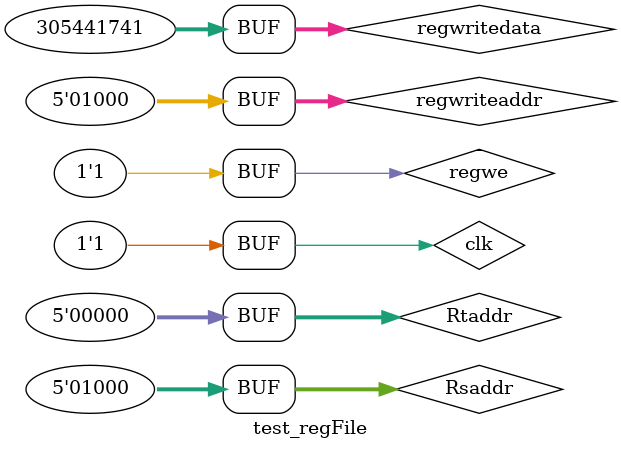
<source format=sv>
`timescale 1ns / 1ps

module test_regFile();
    logic clk, regwe;
    logic [4:0] regwriteaddr;
    logic [31:0] regwritedata;
    logic [4:0] Rsaddr, Rtaddr;
    logic [31:0] Rsdata, Rtdata;
    
    regfile MUT (clk, regwe, regwriteaddr, regwritedata, Rsaddr, Rtaddr, Rsdata, Rtdata);
    
    initial begin
        clk = 0;
        regwe = 0;
        regwriteaddr = 0;
        regwritedata = 0;
        Rsaddr = 0;
        Rtaddr = 0;
        # 100
        regwe = 1;
        regwritedata = 32'h1234abcd;
    end
        
    parameter PERIOD = 20;
    always begin
        clk = 1'b0;
        #(PERIOD/2) clk = 1'b1;
        #(PERIOD/2);
    end
    
    always begin
        regwriteaddr = 8;
        Rsaddr = 8; 
        # PERIOD;
    end
endmodule

</source>
